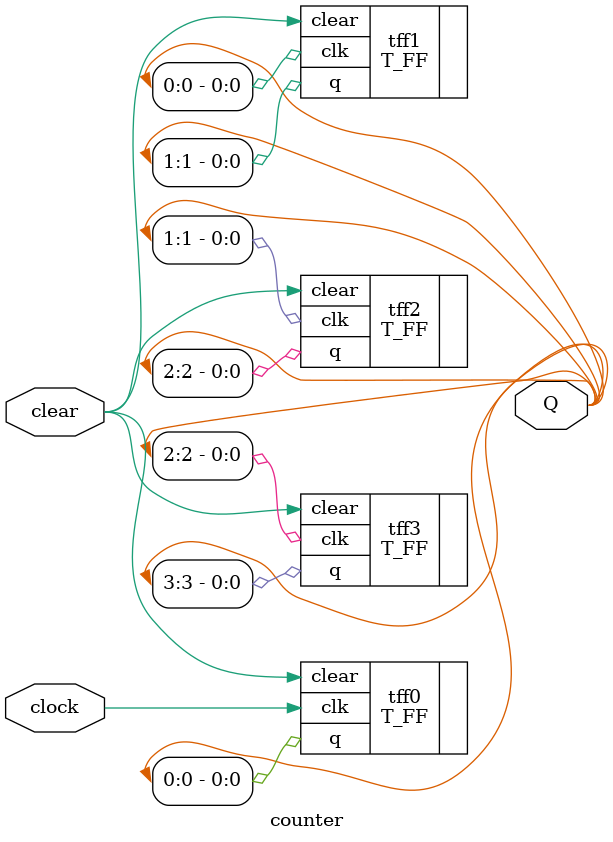
<source format=v>
module counter(
  output  [3:0] Q ,
  input         clock,
  input         clear
);

// Instantiate the T flipflops
T_FF  tff0(
  .q      (Q[0]),
  .clk    (clock),
  .clear  (clear)
);

T_FF  tff1(
  .q      (Q[1]),
  .clk    (Q[0]),
  .clear  (clear)
);

T_FF  tff2(
  .q      (Q[2]),
  .clk    (Q[1]),
  .clear  (clear)
);

T_FF  tff3(
  .q      (Q[3]),
  .clk    (Q[2]),
  .clear  (clear)
);

endmodule


</source>
